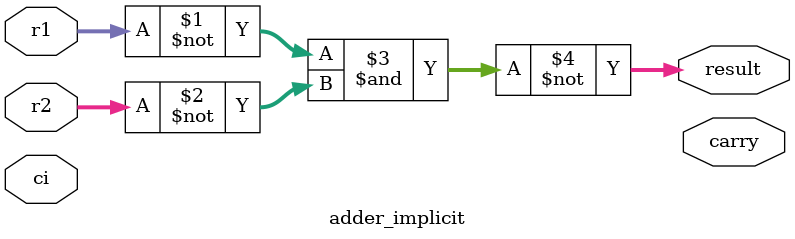
<source format=v>
module adder_implicit (
result        , // Output of the adder
carry         , // Carry output of adder
r1            , // first input
r2            , // second input
ci              // carry input
);

// Input Port Declarations       
input    [3:0]   r1         ;
input    [3:0]   r2         ;
input            ci         ;

// Output Port Declarations
output   [3:0]  result      ;
output          carry       ;


assign result = ~(~r1 & ~r2);

endmodule

</source>
